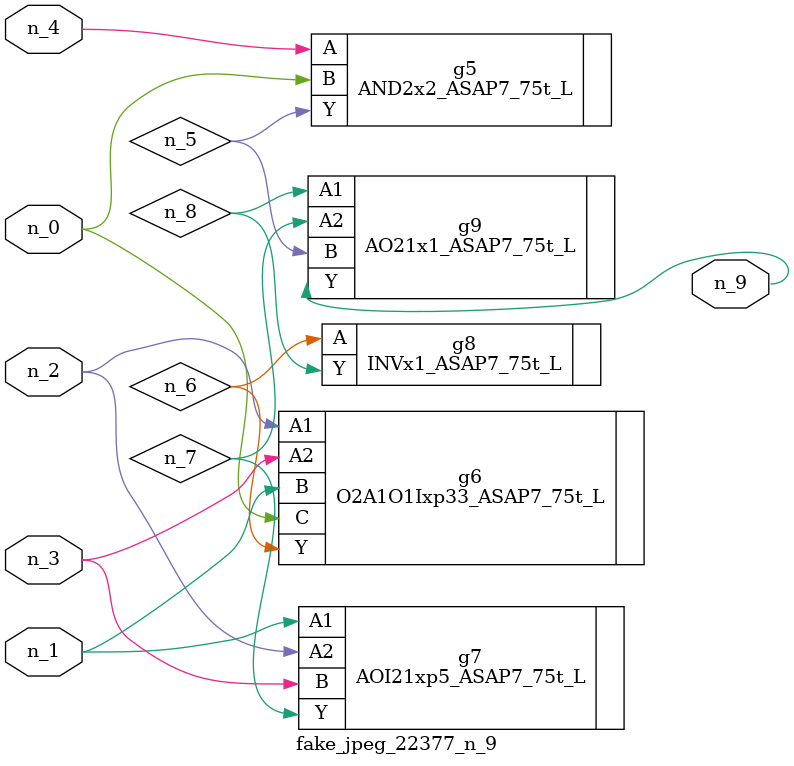
<source format=v>
module fake_jpeg_22377_n_9 (n_3, n_2, n_1, n_0, n_4, n_9);

input n_3;
input n_2;
input n_1;
input n_0;
input n_4;

output n_9;

wire n_8;
wire n_6;
wire n_5;
wire n_7;

AND2x2_ASAP7_75t_L g5 ( 
.A(n_4),
.B(n_0),
.Y(n_5)
);

O2A1O1Ixp33_ASAP7_75t_L g6 ( 
.A1(n_2),
.A2(n_3),
.B(n_1),
.C(n_0),
.Y(n_6)
);

AOI21xp5_ASAP7_75t_L g7 ( 
.A1(n_1),
.A2(n_2),
.B(n_3),
.Y(n_7)
);

INVx1_ASAP7_75t_L g8 ( 
.A(n_6),
.Y(n_8)
);

AO21x1_ASAP7_75t_L g9 ( 
.A1(n_8),
.A2(n_7),
.B(n_5),
.Y(n_9)
);


endmodule
</source>
